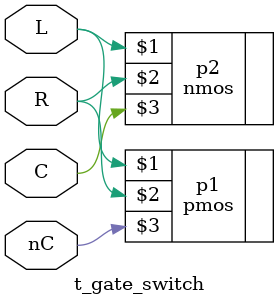
<source format=v>
`include "includes.v"
`include "includes1.v"
`include "includes2.v"

module t_gate_switch (L,R,nC,C);
 inout L;
 inout R;
 input nC;
 input C;

 //Syntax: keyword unique_name (drain. source, gate);
 pmos p1 (L,R,nC);
 nmos p2 (L,R,C);

endmodule

</source>
